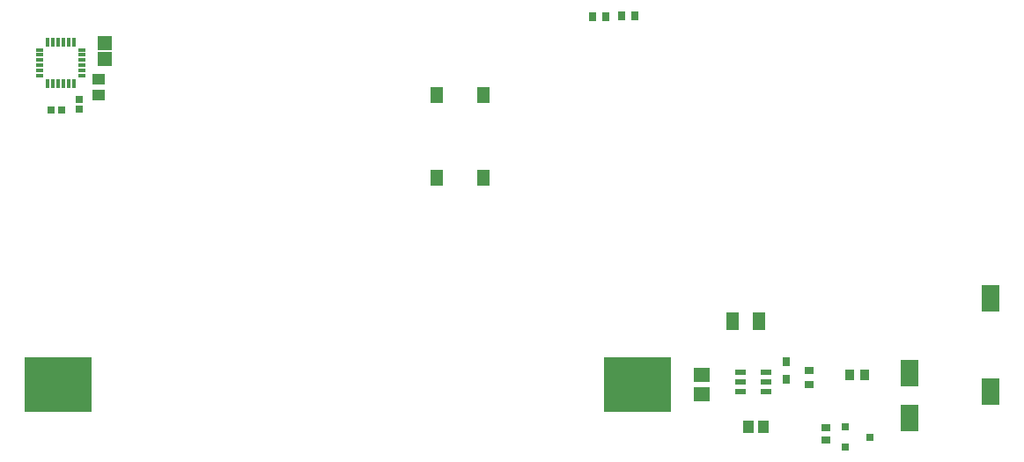
<source format=gtp>
G04*
G04 #@! TF.GenerationSoftware,Altium Limited,Altium Designer,25.8.1 (18)*
G04*
G04 Layer_Color=8421504*
%FSLAX44Y44*%
%MOMM*%
G71*
G04*
G04 #@! TF.SameCoordinates,220DD8DD-A9B0-4AC3-BD9C-64780996674F*
G04*
G04*
G04 #@! TF.FilePolarity,Positive*
G04*
G01*
G75*
%ADD15R,6.4500X5.3000*%
%ADD16R,1.5562X1.4546*%
%ADD17R,0.9000X1.0500*%
%ADD18R,0.8000X0.8000*%
%ADD19R,1.0061X1.3082*%
%ADD20R,1.1000X0.6000*%
%ADD21R,1.7500X2.6500*%
%ADD22R,0.8000X0.3500*%
%ADD23R,0.3500X0.8500*%
%ADD24R,1.4562X1.3781*%
%ADD25R,1.8000X2.5000*%
%ADD26R,0.8000X0.9500*%
%ADD27R,0.7200X0.7600*%
%ADD28R,1.3000X1.0000*%
%ADD29R,0.8000X0.9000*%
%ADD30R,1.1544X1.7062*%
%ADD31R,1.3000X1.5500*%
%ADD32R,0.8621X0.7581*%
%ADD33R,0.9000X0.7000*%
%ADD34R,0.7600X0.7200*%
D15*
X598750Y90000D02*
D03*
X41250D02*
D03*
D16*
X660000Y100000D02*
D03*
Y81484D02*
D03*
D17*
X817000Y100000D02*
D03*
X803000D02*
D03*
D18*
X798000Y49500D02*
D03*
X822000Y40000D02*
D03*
X798000Y30500D02*
D03*
D19*
X720000Y50000D02*
D03*
X705478D02*
D03*
D20*
X722000Y83500D02*
D03*
X698000D02*
D03*
X722000Y102500D02*
D03*
X698000Y93000D02*
D03*
X722000D02*
D03*
X698000Y102500D02*
D03*
D21*
X860000Y58500D02*
D03*
Y101500D02*
D03*
D22*
X64000Y392500D02*
D03*
Y397500D02*
D03*
Y402500D02*
D03*
Y407500D02*
D03*
Y412500D02*
D03*
X24000Y387500D02*
D03*
Y392500D02*
D03*
Y397500D02*
D03*
Y402500D02*
D03*
Y407500D02*
D03*
Y412500D02*
D03*
X64000Y387500D02*
D03*
D23*
X56500Y419750D02*
D03*
X51500D02*
D03*
X46500D02*
D03*
X41500D02*
D03*
X56500Y380250D02*
D03*
X51500D02*
D03*
X46500D02*
D03*
X41500D02*
D03*
X31500D02*
D03*
X36500D02*
D03*
X31500Y419750D02*
D03*
X36500D02*
D03*
D24*
X86000Y418641D02*
D03*
Y403359D02*
D03*
D25*
X937768Y83267D02*
D03*
Y173275D02*
D03*
D26*
X596000Y445000D02*
D03*
X568000Y444000D02*
D03*
X555500D02*
D03*
X583500Y445000D02*
D03*
D27*
X62000Y365000D02*
D03*
Y355200D02*
D03*
D28*
X80000Y384000D02*
D03*
Y369000D02*
D03*
D29*
X742000Y112500D02*
D03*
Y95500D02*
D03*
D30*
X690000Y151000D02*
D03*
X715518D02*
D03*
D31*
X450384Y368806D02*
D03*
Y289306D02*
D03*
X405384D02*
D03*
Y368806D02*
D03*
D32*
X780000Y36730D02*
D03*
Y49270D02*
D03*
D33*
X764000Y104000D02*
D03*
Y90000D02*
D03*
D34*
X34650Y354330D02*
D03*
X44450D02*
D03*
M02*

</source>
